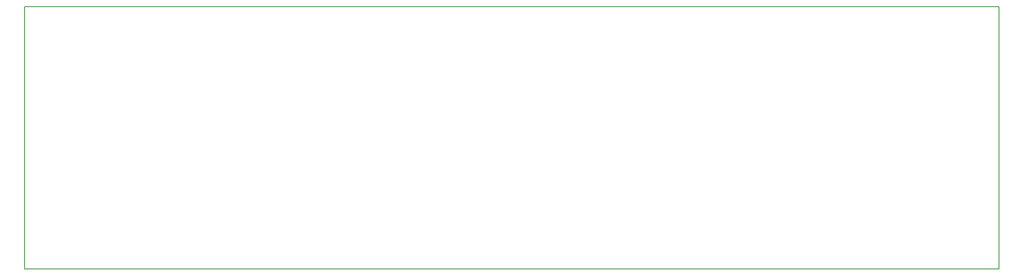
<source format=gbr>
G04 #@! TF.GenerationSoftware,KiCad,Pcbnew,(5.0.0)*
G04 #@! TF.CreationDate,2019-01-06T20:08:52-08:00*
G04 #@! TF.ProjectId,pcb_v1,7063625F76312E6B696361645F706362,1.0*
G04 #@! TF.SameCoordinates,Original*
G04 #@! TF.FileFunction,Profile,NP*
%FSLAX46Y46*%
G04 Gerber Fmt 4.6, Leading zero omitted, Abs format (unit mm)*
G04 Created by KiCad (PCBNEW (5.0.0)) date 01/06/19 20:08:52*
%MOMM*%
%LPD*%
G01*
G04 APERTURE LIST*
%ADD10C,0.150000*%
G04 APERTURE END LIST*
D10*
X58420000Y-72390000D02*
X58420000Y-125730000D01*
X256540000Y-125730000D02*
X58420000Y-125730000D01*
X256540000Y-72390000D02*
X256540000Y-125730000D01*
X58420000Y-72390000D02*
X256540000Y-72390000D01*
M02*

</source>
